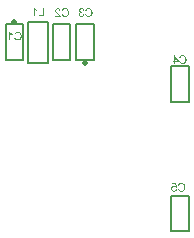
<source format=gbo>
%FSLAX33Y33*%
%MOMM*%
%ADD10C,0.15*%
%ADD11C,0.5*%
%ADD12C,0.5*%
D10*
%LNbottom silkscreen_traces*%
%LNbottom silkscreen component da4715df17963b43*%
G01*
X4140Y19260D02*
X5860Y19260D01*
X5860Y22740*
X4140Y22740*
X4140Y19260*
G36*
X5527Y23200D02*
X5527Y23916D01*
X5432Y23916D01*
X5432Y23284D01*
X5079Y23284D01*
X5079Y23200D01*
X5527Y23200D01*
X5527Y23200D01*
X4671Y23200D02*
X4759Y23200D01*
X4759Y23760D01*
X4776Y23745D01*
X4796Y23730D01*
X4818Y23715D01*
X4842Y23700D01*
X4868Y23685D01*
X4891Y23673D01*
X4914Y23663D01*
X4935Y23654D01*
X4935Y23739D01*
X4899Y23757D01*
X4866Y23777D01*
X4835Y23799D01*
X4806Y23823D01*
X4780Y23848D01*
X4759Y23872D01*
X4741Y23895D01*
X4728Y23919D01*
X4671Y23919D01*
X4671Y23200D01*
X4671Y23200D01*
G37*
%LNbottom silkscreen component a382895390425a59*%
X7750Y22510D02*
X6250Y22510D01*
X6250Y19490*
X7750Y19490*
X7750Y22510*
G36*
X7087Y23426D02*
X6992Y23402D01*
X7010Y23347D01*
X7034Y23299D01*
X7063Y23258D01*
X7099Y23224D01*
X7140Y23197D01*
X7185Y23178D01*
X7235Y23167D01*
X7288Y23163D01*
X7343Y23166D01*
X7393Y23175D01*
X7438Y23189D01*
X7477Y23210D01*
X7511Y23236D01*
X7540Y23268D01*
X7566Y23304D01*
X7587Y23346D01*
X7603Y23392D01*
X7615Y23439D01*
X7622Y23488D01*
X7625Y23538D01*
X7622Y23592D01*
X7614Y23643D01*
X7601Y23690D01*
X7582Y23733D01*
X7558Y23772D01*
X7530Y23807D01*
X7498Y23836D01*
X7460Y23860D01*
X7420Y23879D01*
X7378Y23892D01*
X7333Y23900D01*
X7287Y23903D01*
X7235Y23900D01*
X7188Y23889D01*
X7145Y23872D01*
X7106Y23848D01*
X7072Y23818D01*
X7044Y23783D01*
X7021Y23741D01*
X7004Y23695D01*
X7097Y23673D01*
X7111Y23709D01*
X7128Y23740D01*
X7147Y23766D01*
X7170Y23786D01*
X7195Y23802D01*
X7223Y23813D01*
X7254Y23820D01*
X7289Y23822D01*
X7328Y23820D01*
X7365Y23812D01*
X7397Y23800D01*
X7427Y23782D01*
X7452Y23761D01*
X7474Y23736D01*
X7491Y23708D01*
X7505Y23676D01*
X7514Y23643D01*
X7521Y23609D01*
X7526Y23574D01*
X7527Y23539D01*
X7525Y23495D01*
X7520Y23453D01*
X7512Y23415D01*
X7500Y23379D01*
X7485Y23347D01*
X7466Y23320D01*
X7444Y23297D01*
X7418Y23278D01*
X7389Y23263D01*
X7359Y23252D01*
X7328Y23246D01*
X7296Y23244D01*
X7258Y23247D01*
X7223Y23255D01*
X7190Y23270D01*
X7161Y23290D01*
X7136Y23315D01*
X7115Y23347D01*
X7099Y23384D01*
X7087Y23426D01*
X7087Y23426D01*
X6449Y23259D02*
X6449Y23175D01*
X6922Y23175D01*
X6922Y23191D01*
X6920Y23206D01*
X6917Y23221D01*
X6912Y23236D01*
X6901Y23260D01*
X6888Y23284D01*
X6872Y23308D01*
X6854Y23331D01*
X6832Y23356D01*
X6805Y23382D01*
X6774Y23410D01*
X6739Y23440D01*
X6685Y23485D01*
X6641Y23525D01*
X6606Y23561D01*
X6581Y23591D01*
X6563Y23619D01*
X6550Y23646D01*
X6543Y23672D01*
X6540Y23697D01*
X6543Y23722D01*
X6550Y23745D01*
X6561Y23766D01*
X6578Y23785D01*
X6598Y23801D01*
X6621Y23812D01*
X6646Y23819D01*
X6675Y23821D01*
X6705Y23819D01*
X6732Y23811D01*
X6756Y23800D01*
X6777Y23783D01*
X6793Y23762D01*
X6805Y23737D01*
X6813Y23709D01*
X6815Y23677D01*
X6905Y23687D01*
X6898Y23734D01*
X6883Y23776D01*
X6863Y23811D01*
X6836Y23841D01*
X6803Y23864D01*
X6765Y23881D01*
X6721Y23890D01*
X6673Y23894D01*
X6624Y23890D01*
X6581Y23879D01*
X6543Y23862D01*
X6510Y23837D01*
X6484Y23806D01*
X6465Y23773D01*
X6454Y23736D01*
X6450Y23695D01*
X6451Y23674D01*
X6454Y23652D01*
X6460Y23631D01*
X6467Y23611D01*
X6478Y23590D01*
X6491Y23568D01*
X6507Y23546D01*
X6526Y23523D01*
X6550Y23498D01*
X6580Y23469D01*
X6617Y23435D01*
X6661Y23397D01*
X6697Y23367D01*
X6726Y23341D01*
X6748Y23322D01*
X6763Y23307D01*
X6774Y23295D01*
X6783Y23283D01*
X6792Y23271D01*
X6800Y23259D01*
X6449Y23259D01*
X6449Y23259D01*
G37*
%LNbottom silkscreen component c67acca82e982272*%
X8250Y19490D02*
X9750Y19490D01*
X9750Y22510*
X8250Y22510*
X8250Y19490*
D11*
X9000Y19240D03*
G36*
X9087Y23426D02*
X8992Y23402D01*
X9010Y23347D01*
X9034Y23299D01*
X9063Y23258D01*
X9099Y23224D01*
X9140Y23197D01*
X9185Y23178D01*
X9235Y23167D01*
X9288Y23163D01*
X9343Y23166D01*
X9393Y23175D01*
X9438Y23189D01*
X9477Y23210D01*
X9511Y23236D01*
X9540Y23268D01*
X9566Y23304D01*
X9587Y23346D01*
X9603Y23392D01*
X9615Y23439D01*
X9622Y23488D01*
X9625Y23538D01*
X9622Y23592D01*
X9614Y23643D01*
X9601Y23690D01*
X9582Y23733D01*
X9558Y23772D01*
X9530Y23807D01*
X9498Y23836D01*
X9460Y23860D01*
X9420Y23879D01*
X9378Y23892D01*
X9333Y23900D01*
X9287Y23903D01*
X9235Y23900D01*
X9188Y23889D01*
X9145Y23872D01*
X9106Y23848D01*
X9072Y23818D01*
X9044Y23783D01*
X9021Y23741D01*
X9004Y23695D01*
X9097Y23673D01*
X9111Y23709D01*
X9128Y23740D01*
X9147Y23766D01*
X9170Y23786D01*
X9195Y23802D01*
X9223Y23813D01*
X9254Y23820D01*
X9289Y23822D01*
X9328Y23820D01*
X9365Y23812D01*
X9397Y23800D01*
X9427Y23782D01*
X9452Y23761D01*
X9474Y23736D01*
X9491Y23708D01*
X9505Y23676D01*
X9514Y23643D01*
X9521Y23609D01*
X9526Y23574D01*
X9527Y23539D01*
X9525Y23495D01*
X9520Y23453D01*
X9512Y23415D01*
X9500Y23379D01*
X9485Y23347D01*
X9466Y23320D01*
X9444Y23297D01*
X9418Y23278D01*
X9389Y23263D01*
X9359Y23252D01*
X9328Y23246D01*
X9296Y23244D01*
X9258Y23247D01*
X9223Y23255D01*
X9190Y23270D01*
X9161Y23290D01*
X9136Y23315D01*
X9115Y23347D01*
X9099Y23384D01*
X9087Y23426D01*
X9087Y23426D01*
X8910Y23364D02*
X8822Y23376D01*
X8814Y23341D01*
X8802Y23311D01*
X8788Y23287D01*
X8771Y23268D01*
X8752Y23254D01*
X8731Y23243D01*
X8707Y23237D01*
X8682Y23235D01*
X8653Y23238D01*
X8625Y23246D01*
X8600Y23259D01*
X8578Y23278D01*
X8559Y23301D01*
X8546Y23326D01*
X8538Y23354D01*
X8535Y23384D01*
X8537Y23413D01*
X8545Y23440D01*
X8557Y23463D01*
X8574Y23484D01*
X8596Y23502D01*
X8619Y23514D01*
X8646Y23521D01*
X8675Y23524D01*
X8688Y23523D01*
X8703Y23521D01*
X8719Y23518D01*
X8737Y23514D01*
X8727Y23591D01*
X8723Y23591D01*
X8719Y23590D01*
X8716Y23590D01*
X8713Y23590D01*
X8686Y23592D01*
X8660Y23597D01*
X8635Y23607D01*
X8612Y23619D01*
X8592Y23636D01*
X8578Y23657D01*
X8570Y23681D01*
X8567Y23710D01*
X8569Y23733D01*
X8575Y23754D01*
X8585Y23773D01*
X8600Y23790D01*
X8617Y23804D01*
X8637Y23814D01*
X8660Y23820D01*
X8684Y23821D01*
X8709Y23819D01*
X8731Y23813D01*
X8752Y23803D01*
X8770Y23789D01*
X8785Y23771D01*
X8798Y23749D01*
X8807Y23723D01*
X8814Y23693D01*
X8902Y23708D01*
X8891Y23750D01*
X8875Y23787D01*
X8854Y23818D01*
X8828Y23845D01*
X8798Y23866D01*
X8764Y23882D01*
X8727Y23891D01*
X8686Y23894D01*
X8658Y23892D01*
X8630Y23887D01*
X8604Y23880D01*
X8578Y23869D01*
X8555Y23855D01*
X8535Y23839D01*
X8517Y23821D01*
X8503Y23800D01*
X8491Y23778D01*
X8483Y23755D01*
X8478Y23732D01*
X8477Y23708D01*
X8478Y23685D01*
X8483Y23663D01*
X8491Y23643D01*
X8502Y23623D01*
X8516Y23605D01*
X8533Y23589D01*
X8552Y23575D01*
X8575Y23563D01*
X8545Y23553D01*
X8519Y23540D01*
X8496Y23523D01*
X8477Y23502D01*
X8461Y23477D01*
X8450Y23450D01*
X8444Y23420D01*
X8442Y23386D01*
X8446Y23341D01*
X8459Y23300D01*
X8480Y23262D01*
X8510Y23227D01*
X8546Y23199D01*
X8587Y23179D01*
X8633Y23166D01*
X8683Y23162D01*
X8728Y23166D01*
X8769Y23176D01*
X8806Y23194D01*
X8839Y23218D01*
X8867Y23249D01*
X8888Y23283D01*
X8903Y23321D01*
X8910Y23364D01*
X8910Y23364D01*
G37*
%LNbottom silkscreen component 37d77bcb1c3adade*%
D10*
X3750Y22510D02*
X2250Y22510D01*
X2250Y19490*
X3750Y19490*
X3750Y22510*
D12*
X3000Y22760D03*
G36*
X3087Y21426D02*
X2992Y21402D01*
X3010Y21347D01*
X3034Y21299D01*
X3063Y21258D01*
X3099Y21224D01*
X3140Y21197D01*
X3185Y21178D01*
X3235Y21167D01*
X3288Y21163D01*
X3343Y21166D01*
X3393Y21175D01*
X3438Y21189D01*
X3477Y21210D01*
X3511Y21236D01*
X3540Y21268D01*
X3566Y21304D01*
X3587Y21346D01*
X3603Y21392D01*
X3615Y21439D01*
X3622Y21488D01*
X3625Y21538D01*
X3622Y21592D01*
X3614Y21643D01*
X3601Y21690D01*
X3582Y21733D01*
X3558Y21772D01*
X3530Y21807D01*
X3498Y21836D01*
X3460Y21860D01*
X3420Y21879D01*
X3378Y21892D01*
X3333Y21900D01*
X3287Y21903D01*
X3235Y21900D01*
X3188Y21889D01*
X3145Y21872D01*
X3106Y21848D01*
X3072Y21818D01*
X3044Y21783D01*
X3021Y21741D01*
X3004Y21695D01*
X3097Y21673D01*
X3111Y21709D01*
X3128Y21740D01*
X3147Y21766D01*
X3170Y21786D01*
X3195Y21802D01*
X3223Y21813D01*
X3254Y21820D01*
X3289Y21822D01*
X3328Y21820D01*
X3365Y21812D01*
X3397Y21800D01*
X3427Y21782D01*
X3452Y21761D01*
X3474Y21736D01*
X3491Y21708D01*
X3505Y21676D01*
X3514Y21643D01*
X3521Y21609D01*
X3526Y21574D01*
X3527Y21539D01*
X3525Y21495D01*
X3520Y21453D01*
X3512Y21415D01*
X3500Y21379D01*
X3485Y21347D01*
X3466Y21320D01*
X3444Y21297D01*
X3418Y21278D01*
X3389Y21263D01*
X3359Y21252D01*
X3328Y21246D01*
X3296Y21244D01*
X3258Y21247D01*
X3223Y21255D01*
X3190Y21270D01*
X3161Y21290D01*
X3136Y21315D01*
X3115Y21347D01*
X3099Y21384D01*
X3087Y21426D01*
X3087Y21426D01*
X2580Y21175D02*
X2668Y21175D01*
X2668Y21735D01*
X2685Y21720D01*
X2704Y21705D01*
X2726Y21690D01*
X2751Y21675D01*
X2776Y21660D01*
X2800Y21648D01*
X2822Y21638D01*
X2843Y21629D01*
X2843Y21714D01*
X2808Y21732D01*
X2774Y21752D01*
X2743Y21774D01*
X2715Y21798D01*
X2689Y21823D01*
X2667Y21847D01*
X2650Y21870D01*
X2636Y21894D01*
X2580Y21894D01*
X2580Y21175D01*
X2580Y21175D01*
G37*
%LNbottom silkscreen component d124a8ff4e911a43*%
D10*
X17750Y8010D02*
X16250Y8010D01*
X16250Y4990*
X17750Y4990*
X17750Y8010*
G36*
X16937Y8626D02*
X16842Y8602D01*
X16860Y8547D01*
X16884Y8499D01*
X16913Y8458D01*
X16949Y8424D01*
X16990Y8397D01*
X17035Y8378D01*
X17085Y8367D01*
X17138Y8363D01*
X17193Y8366D01*
X17243Y8375D01*
X17288Y8389D01*
X17327Y8410D01*
X17361Y8436D01*
X17390Y8468D01*
X17416Y8504D01*
X17437Y8546D01*
X17453Y8592D01*
X17465Y8639D01*
X17472Y8688D01*
X17475Y8738D01*
X17472Y8792D01*
X17464Y8843D01*
X17451Y8890D01*
X17432Y8933D01*
X17408Y8972D01*
X17380Y9007D01*
X17348Y9036D01*
X17310Y9060D01*
X17270Y9079D01*
X17228Y9092D01*
X17183Y9100D01*
X17137Y9103D01*
X17085Y9100D01*
X17038Y9089D01*
X16995Y9072D01*
X16956Y9048D01*
X16922Y9018D01*
X16894Y8983D01*
X16871Y8941D01*
X16854Y8895D01*
X16947Y8873D01*
X16961Y8909D01*
X16978Y8940D01*
X16997Y8966D01*
X17020Y8986D01*
X17045Y9002D01*
X17073Y9013D01*
X17104Y9020D01*
X17139Y9022D01*
X17178Y9020D01*
X17215Y9012D01*
X17247Y9000D01*
X17277Y8982D01*
X17302Y8961D01*
X17324Y8936D01*
X17341Y8908D01*
X17355Y8876D01*
X17364Y8843D01*
X17371Y8809D01*
X17376Y8774D01*
X17377Y8739D01*
X17375Y8695D01*
X17370Y8653D01*
X17362Y8615D01*
X17350Y8579D01*
X17335Y8547D01*
X17316Y8520D01*
X17294Y8497D01*
X17268Y8478D01*
X17239Y8463D01*
X17209Y8452D01*
X17178Y8446D01*
X17146Y8444D01*
X17108Y8447D01*
X17073Y8455D01*
X17040Y8470D01*
X17011Y8490D01*
X16986Y8515D01*
X16965Y8547D01*
X16949Y8584D01*
X16937Y8626D01*
X16937Y8626D01*
X16761Y8563D02*
X16669Y8570D01*
X16662Y8539D01*
X16652Y8511D01*
X16638Y8488D01*
X16621Y8469D01*
X16601Y8454D01*
X16580Y8444D01*
X16556Y8437D01*
X16531Y8435D01*
X16500Y8438D01*
X16472Y8447D01*
X16447Y8462D01*
X16423Y8483D01*
X16404Y8509D01*
X16390Y8539D01*
X16382Y8572D01*
X16379Y8610D01*
X16382Y8645D01*
X16390Y8677D01*
X16403Y8705D01*
X16422Y8729D01*
X16444Y8748D01*
X16470Y8761D01*
X16500Y8769D01*
X16532Y8772D01*
X16553Y8771D01*
X16573Y8767D01*
X16591Y8761D01*
X16609Y8753D01*
X16625Y8742D01*
X16640Y8731D01*
X16652Y8717D01*
X16663Y8703D01*
X16745Y8713D01*
X16676Y9081D01*
X16320Y9081D01*
X16320Y8997D01*
X16606Y8997D01*
X16644Y8805D01*
X16612Y8824D01*
X16578Y8838D01*
X16544Y8847D01*
X16509Y8850D01*
X16464Y8846D01*
X16422Y8833D01*
X16385Y8813D01*
X16351Y8785D01*
X16322Y8750D01*
X16302Y8710D01*
X16290Y8666D01*
X16286Y8618D01*
X16290Y8571D01*
X16300Y8527D01*
X16318Y8487D01*
X16343Y8450D01*
X16380Y8412D01*
X16424Y8385D01*
X16474Y8368D01*
X16531Y8363D01*
X16577Y8366D01*
X16620Y8376D01*
X16657Y8394D01*
X16690Y8417D01*
X16718Y8447D01*
X16739Y8481D01*
X16753Y8520D01*
X16761Y8563D01*
X16761Y8563D01*
G37*
%LNbottom silkscreen component 28ac0c2b65682105*%
X17750Y19010D02*
X16250Y19010D01*
X16250Y15990*
X17750Y15990*
X17750Y19010*
G36*
X17044Y19444D02*
X16949Y19420D01*
X16967Y19365D01*
X16991Y19317D01*
X17021Y19276D01*
X17057Y19242D01*
X17097Y19215D01*
X17143Y19196D01*
X17192Y19185D01*
X17246Y19181D01*
X17301Y19184D01*
X17351Y19193D01*
X17395Y19207D01*
X17434Y19228D01*
X17468Y19254D01*
X17498Y19286D01*
X17523Y19322D01*
X17544Y19364D01*
X17561Y19410D01*
X17573Y19457D01*
X17580Y19506D01*
X17582Y19556D01*
X17580Y19610D01*
X17572Y19661D01*
X17558Y19708D01*
X17539Y19751D01*
X17516Y19790D01*
X17488Y19825D01*
X17455Y19854D01*
X17418Y19878D01*
X17377Y19897D01*
X17335Y19910D01*
X17291Y19918D01*
X17244Y19921D01*
X17193Y19918D01*
X17145Y19907D01*
X17102Y19890D01*
X17064Y19866D01*
X17030Y19836D01*
X17002Y19800D01*
X16979Y19759D01*
X16962Y19712D01*
X17055Y19691D01*
X17069Y19727D01*
X17085Y19758D01*
X17105Y19784D01*
X17127Y19804D01*
X17152Y19820D01*
X17181Y19831D01*
X17212Y19838D01*
X17246Y19840D01*
X17286Y19837D01*
X17322Y19830D01*
X17355Y19818D01*
X17384Y19800D01*
X17410Y19779D01*
X17431Y19754D01*
X17449Y19726D01*
X17462Y19694D01*
X17472Y19661D01*
X17479Y19626D01*
X17483Y19592D01*
X17485Y19557D01*
X17483Y19513D01*
X17478Y19471D01*
X17470Y19433D01*
X17458Y19397D01*
X17443Y19365D01*
X17424Y19338D01*
X17401Y19314D01*
X17375Y19295D01*
X17347Y19281D01*
X17317Y19270D01*
X17286Y19264D01*
X17254Y19262D01*
X17215Y19265D01*
X17180Y19273D01*
X17148Y19288D01*
X17119Y19308D01*
X17093Y19333D01*
X17073Y19365D01*
X17056Y19402D01*
X17044Y19444D01*
X17044Y19444D01*
X16587Y19193D02*
X16587Y19364D01*
X16897Y19364D01*
X16897Y19445D01*
X16642Y19807D01*
X16587Y19768D01*
X16811Y19445D01*
X16587Y19445D01*
X16587Y19445D01*
X16587Y19768D01*
X16642Y19807D01*
X16570Y19909D01*
X16499Y19909D01*
X16499Y19445D01*
X16402Y19445D01*
X16402Y19364D01*
X16499Y19364D01*
X16499Y19193D01*
X16587Y19193D01*
X16587Y19193D01*
G37*
M02*
</source>
